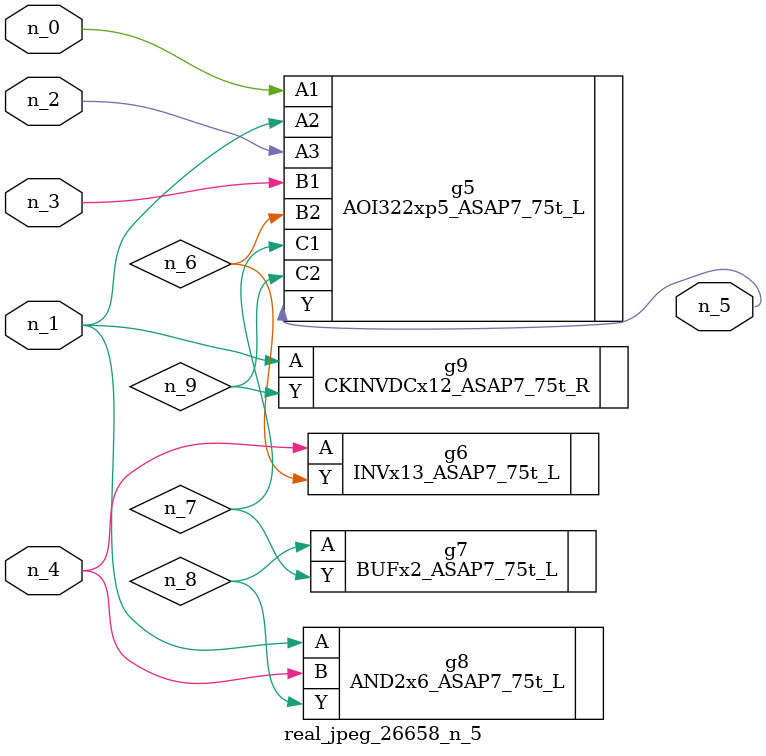
<source format=v>
module real_jpeg_26658_n_5 (n_4, n_0, n_1, n_2, n_3, n_5);

input n_4;
input n_0;
input n_1;
input n_2;
input n_3;

output n_5;

wire n_8;
wire n_6;
wire n_7;
wire n_9;

AOI322xp5_ASAP7_75t_L g5 ( 
.A1(n_0),
.A2(n_1),
.A3(n_2),
.B1(n_3),
.B2(n_6),
.C1(n_7),
.C2(n_9),
.Y(n_5)
);

AND2x6_ASAP7_75t_L g8 ( 
.A(n_1),
.B(n_4),
.Y(n_8)
);

CKINVDCx12_ASAP7_75t_R g9 ( 
.A(n_1),
.Y(n_9)
);

INVx13_ASAP7_75t_L g6 ( 
.A(n_4),
.Y(n_6)
);

BUFx2_ASAP7_75t_L g7 ( 
.A(n_8),
.Y(n_7)
);


endmodule
</source>
